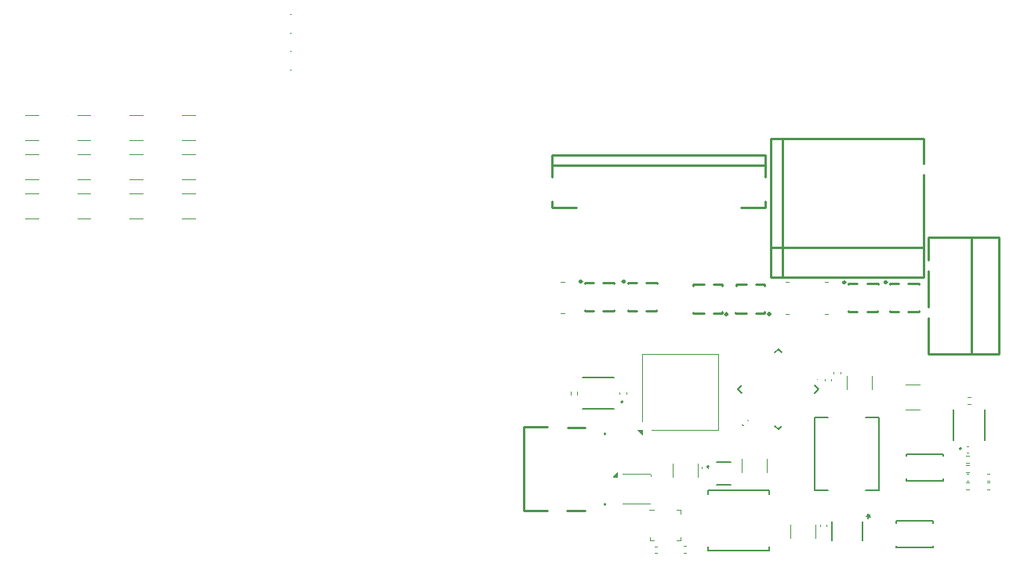
<source format=gbr>
%TF.GenerationSoftware,KiCad,Pcbnew,9.0.1*%
%TF.CreationDate,2025-05-01T00:05:03-04:00*%
%TF.ProjectId,main_board,6d61696e-5f62-46f6-9172-642e6b696361,rev?*%
%TF.SameCoordinates,Original*%
%TF.FileFunction,Legend,Top*%
%TF.FilePolarity,Positive*%
%FSLAX46Y46*%
G04 Gerber Fmt 4.6, Leading zero omitted, Abs format (unit mm)*
G04 Created by KiCad (PCBNEW 9.0.1) date 2025-05-01 00:05:03*
%MOMM*%
%LPD*%
G01*
G04 APERTURE LIST*
%ADD10C,0.150000*%
%ADD11C,0.120000*%
%ADD12C,0.100000*%
%ADD13C,0.152400*%
%ADD14C,0.250000*%
%ADD15C,0.127000*%
G04 APERTURE END LIST*
D10*
X148613819Y-109558499D02*
X148851914Y-109558499D01*
X148756676Y-109796594D02*
X148851914Y-109558499D01*
X148851914Y-109558499D02*
X148756676Y-109320404D01*
X149042390Y-109701356D02*
X148851914Y-109558499D01*
X148851914Y-109558499D02*
X149042390Y-109415642D01*
X148613819Y-109558499D02*
X148851914Y-109558499D01*
X148756676Y-109796594D02*
X148851914Y-109558499D01*
X148851914Y-109558499D02*
X148756676Y-109320404D01*
X149042390Y-109701356D02*
X148851914Y-109558499D01*
X148851914Y-109558499D02*
X149042390Y-109415642D01*
D11*
%TO.C,C35*%
X145080400Y-93973764D02*
X145080400Y-94189436D01*
X145800400Y-93973764D02*
X145800400Y-94189436D01*
%TO.C,C34*%
X143607200Y-110473014D02*
X143607200Y-110688686D01*
X144327200Y-110473014D02*
X144327200Y-110688686D01*
%TO.C,C14*%
X57761348Y-66204000D02*
X59183852Y-66204000D01*
X57761348Y-68924000D02*
X59183852Y-68924000D01*
%TO.C,C20*%
X69061348Y-66204000D02*
X70483852Y-66204000D01*
X69061348Y-68924000D02*
X70483852Y-68924000D01*
D12*
%TO.C,U12*%
X86535000Y-55360400D02*
G75*
G02*
X86435000Y-55360400I-50000J0D01*
G01*
X86435000Y-55360400D02*
G75*
G02*
X86535000Y-55360400I50000J0D01*
G01*
D13*
%TO.C,U18*%
X158059001Y-98044000D02*
X158059001Y-101396800D01*
X161411801Y-101396800D02*
X161411801Y-98044000D01*
X158862001Y-102275400D02*
G75*
G02*
X158658801Y-102275400I-101600J0D01*
G01*
X158658801Y-102275400D02*
G75*
G02*
X158862001Y-102275400I101600J0D01*
G01*
D11*
%TO.C,C32*%
X74711348Y-70454000D02*
X76133852Y-70454000D01*
X74711348Y-73174000D02*
X76133852Y-73174000D01*
D13*
%TO.C,U3*%
X132435600Y-106223689D02*
X133985000Y-106223689D01*
X133985000Y-103759889D02*
X132435600Y-103759889D01*
X131605274Y-104241600D02*
G75*
G02*
X131402074Y-104241600I-101600J0D01*
G01*
X131402074Y-104241600D02*
G75*
G02*
X131605274Y-104241600I101600J0D01*
G01*
D11*
%TO.C,C23*%
X69061348Y-70454000D02*
X70483852Y-70454000D01*
X69061348Y-73174000D02*
X70483852Y-73174000D01*
D12*
%TO.C,U21*%
X86535000Y-61330400D02*
G75*
G02*
X86435000Y-61330400I-50000J0D01*
G01*
X86435000Y-61330400D02*
G75*
G02*
X86535000Y-61330400I50000J0D01*
G01*
D11*
%TO.C,C43*%
X121966400Y-96168767D02*
X121966400Y-96384439D01*
X122686400Y-96168767D02*
X122686400Y-96384439D01*
D13*
%TO.C,L2*%
X131546600Y-106756200D02*
X131546600Y-107223350D01*
X131546600Y-112842250D02*
X131546600Y-113309400D01*
X131546600Y-113309400D02*
X138099800Y-113309400D01*
X138099800Y-106756200D02*
X131546600Y-106756200D01*
X138099800Y-107223350D02*
X138099800Y-106756200D01*
X138099800Y-113309400D02*
X138099800Y-112842250D01*
D11*
%TO.C,C19*%
X63411348Y-74704000D02*
X64833852Y-74704000D01*
X63411348Y-77424000D02*
X64833852Y-77424000D01*
%TO.C,C42*%
X159668037Y-102002000D02*
X159452365Y-102002000D01*
X159668037Y-102722000D02*
X159452365Y-102722000D01*
%TO.C,R30*%
X115641017Y-84243600D02*
X116006983Y-84243600D01*
X115641017Y-87663600D02*
X116006983Y-87663600D01*
D14*
%TO.C,U11*%
X151172800Y-84409797D02*
X151172800Y-84549797D01*
X151172800Y-87379797D02*
X151172800Y-87509797D01*
X151172800Y-87509797D02*
X152112800Y-87509797D01*
X152112800Y-84409797D02*
X151172800Y-84409797D01*
X153142800Y-87509797D02*
X154272800Y-87509797D01*
X154272800Y-87509797D02*
X154272800Y-87359797D01*
X154322800Y-84409797D02*
X153142800Y-84409797D01*
X154322800Y-84529797D02*
X154322800Y-84409797D01*
X150842800Y-84309797D02*
G75*
G02*
X150582800Y-84309797I-130000J0D01*
G01*
X150582800Y-84309797D02*
G75*
G02*
X150842800Y-84309797I130000J0D01*
G01*
D11*
%TO.C,C53*%
X125792164Y-112840000D02*
X126007836Y-112840000D01*
X125792164Y-113560000D02*
X126007836Y-113560000D01*
%TO.C,C45*%
X135203590Y-99644707D02*
X135356093Y-99797210D01*
X135712707Y-99135590D02*
X135865210Y-99288093D01*
%TO.C,R28*%
X144108617Y-84277397D02*
X144474583Y-84277397D01*
X144108617Y-87697397D02*
X144474583Y-87697397D01*
%TO.C,C16*%
X57761348Y-74704000D02*
X59183852Y-74704000D01*
X57761348Y-77424000D02*
X59183852Y-77424000D01*
D14*
%TO.C,U16*%
X122855600Y-84320597D02*
X122855600Y-84460597D01*
X122855600Y-87290597D02*
X122855600Y-87420597D01*
X122855600Y-87420597D02*
X123795600Y-87420597D01*
X123795600Y-84320597D02*
X122855600Y-84320597D01*
X124825600Y-87420597D02*
X125955600Y-87420597D01*
X125955600Y-87420597D02*
X125955600Y-87270597D01*
X126005600Y-84320597D02*
X124825600Y-84320597D01*
X126005600Y-84440597D02*
X126005600Y-84320597D01*
X122525600Y-84220597D02*
G75*
G02*
X122265600Y-84220597I-130000J0D01*
G01*
X122265600Y-84220597D02*
G75*
G02*
X122525600Y-84220597I130000J0D01*
G01*
D11*
%TO.C,C28*%
X69061348Y-74704000D02*
X70483852Y-74704000D01*
X69061348Y-77424000D02*
X70483852Y-77424000D01*
D13*
%TO.C,U10*%
X122341400Y-97251603D02*
G75*
G02*
X122138200Y-97251603I-101600J0D01*
G01*
X122138200Y-97251603D02*
G75*
G02*
X122341400Y-97251603I101600J0D01*
G01*
X121361200Y-94600203D02*
X118008400Y-94600203D01*
X118008400Y-97953003D02*
X121361200Y-97953003D01*
D11*
%TO.C,R13*%
X128878359Y-112802400D02*
X129185641Y-112802400D01*
X128878359Y-113562400D02*
X129185641Y-113562400D01*
%TO.C,R19*%
X159561559Y-96749600D02*
X159868841Y-96749600D01*
X159561559Y-97509600D02*
X159868841Y-97509600D01*
%TO.C,R38*%
X159377559Y-105931400D02*
X159684841Y-105931400D01*
X159377559Y-106691400D02*
X159684841Y-106691400D01*
%TO.C,U7*%
X124433200Y-92073600D02*
X132653200Y-92073600D01*
X124433200Y-99293600D02*
X124433200Y-92073600D01*
X132653200Y-92073600D02*
X132653200Y-100293600D01*
X132653200Y-100293600D02*
X125433200Y-100293600D01*
X124433200Y-100793600D02*
X123933200Y-100293600D01*
X124433200Y-100293600D01*
X124433200Y-100793600D01*
G36*
X124433200Y-100793600D02*
G01*
X123933200Y-100293600D01*
X124433200Y-100293600D01*
X124433200Y-100793600D01*
G37*
%TO.C,R37*%
X159377559Y-104039400D02*
X159684841Y-104039400D01*
X159377559Y-104799400D02*
X159684841Y-104799400D01*
%TO.C,C17*%
X63411348Y-66204000D02*
X64833852Y-66204000D01*
X63411348Y-68924000D02*
X64833852Y-68924000D01*
%TO.C,C29*%
X161696964Y-105024600D02*
X161912636Y-105024600D01*
X161696964Y-105744600D02*
X161912636Y-105744600D01*
D12*
%TO.C,U19*%
X86535000Y-57350400D02*
G75*
G02*
X86435000Y-57350400I-50000J0D01*
G01*
X86435000Y-57350400D02*
G75*
G02*
X86535000Y-57350400I50000J0D01*
G01*
D11*
%TO.C,C15*%
X57761348Y-70454000D02*
X59183852Y-70454000D01*
X57761348Y-73174000D02*
X59183852Y-73174000D01*
D12*
%TO.C,U20*%
X86535000Y-59340400D02*
G75*
G02*
X86435000Y-59340400I-50000J0D01*
G01*
X86435000Y-59340400D02*
G75*
G02*
X86535000Y-59340400I50000J0D01*
G01*
D11*
%TO.C,R29*%
X140226583Y-84277397D02*
X139860617Y-84277397D01*
X140226583Y-87697397D02*
X139860617Y-87697397D01*
%TO.C,U5*%
X122277700Y-105042500D02*
X125277700Y-105042500D01*
X122277700Y-108262500D02*
X125277700Y-108262500D01*
X125337700Y-105092500D02*
X125337700Y-105242500D01*
X121717700Y-105312500D02*
X121237700Y-105312500D01*
X121717700Y-104832500D01*
X121717700Y-105312500D01*
G36*
X121717700Y-105312500D02*
G01*
X121237700Y-105312500D01*
X121717700Y-104832500D01*
X121717700Y-105312500D01*
G37*
%TO.C,R39*%
X159684841Y-103074200D02*
X159377559Y-103074200D01*
X159684841Y-103834200D02*
X159377559Y-103834200D01*
D15*
%TO.C,S1*%
X152959200Y-102867800D02*
X152959200Y-103097800D01*
X152959200Y-102867800D02*
X156959200Y-102867800D01*
X152959200Y-105767800D02*
X152959200Y-105537800D01*
X156959200Y-102867800D02*
X156959200Y-103097800D01*
X156959200Y-105537800D02*
X156959200Y-105767800D01*
X156959200Y-105767800D02*
X152959200Y-105767800D01*
D14*
%TO.C,U15*%
X134504000Y-87524597D02*
X134504000Y-87644597D01*
X134504000Y-87644597D02*
X135684000Y-87644597D01*
X134554000Y-84544597D02*
X134554000Y-84694597D01*
X135684000Y-84544597D02*
X134554000Y-84544597D01*
X136714000Y-87644597D02*
X137654000Y-87644597D01*
X137654000Y-84544597D02*
X136714000Y-84544597D01*
X137654000Y-84674597D02*
X137654000Y-84544597D01*
X137654000Y-87644597D02*
X137654000Y-87504597D01*
X138244000Y-87744597D02*
G75*
G02*
X137984000Y-87744597I-130000J0D01*
G01*
X137984000Y-87744597D02*
G75*
G02*
X138244000Y-87744597I130000J0D01*
G01*
D11*
%TO.C,U1*%
X125262500Y-112237500D02*
X125262500Y-111837500D01*
X125662500Y-108937500D02*
X125212500Y-108937500D01*
X125662500Y-112237500D02*
X125262500Y-112237500D01*
X128162500Y-108937500D02*
X128562500Y-108937500D01*
X128162500Y-112237500D02*
X128562500Y-112237500D01*
X128562500Y-108937500D02*
X128562500Y-109337500D01*
X128562500Y-112237500D02*
X128562500Y-111837500D01*
%TO.C,C8*%
X127672000Y-105359252D02*
X127672000Y-103936748D01*
X130392000Y-105359252D02*
X130392000Y-103936748D01*
%TO.C,C33*%
X74711348Y-74704000D02*
X76133852Y-74704000D01*
X74711348Y-77424000D02*
X76133852Y-77424000D01*
%TO.C,C44*%
X159639036Y-105024600D02*
X159423364Y-105024600D01*
X159639036Y-105744600D02*
X159423364Y-105744600D01*
%TO.C,C6*%
X152895463Y-95368200D02*
X154342937Y-95368200D01*
X152895463Y-98078200D02*
X154342937Y-98078200D01*
D14*
%TO.C,U13*%
X146702400Y-84409797D02*
X146702400Y-84549797D01*
X146702400Y-87379797D02*
X146702400Y-87509797D01*
X146702400Y-87509797D02*
X147642400Y-87509797D01*
X147642400Y-84409797D02*
X146702400Y-84409797D01*
X148672400Y-87509797D02*
X149802400Y-87509797D01*
X149802400Y-87509797D02*
X149802400Y-87359797D01*
X149852400Y-84409797D02*
X148672400Y-84409797D01*
X149852400Y-84529797D02*
X149852400Y-84409797D01*
X146372400Y-84309797D02*
G75*
G02*
X146112400Y-84309797I-130000J0D01*
G01*
X146112400Y-84309797D02*
G75*
G02*
X146372400Y-84309797I130000J0D01*
G01*
D11*
%TO.C,C22*%
X144115200Y-94951436D02*
X144115200Y-94735764D01*
X144835200Y-94951436D02*
X144835200Y-94735764D01*
D14*
%TO.C,U14*%
X129881600Y-87534197D02*
X129881600Y-87654197D01*
X129881600Y-87654197D02*
X131061600Y-87654197D01*
X129931600Y-84554197D02*
X129931600Y-84704197D01*
X131061600Y-84554197D02*
X129931600Y-84554197D01*
X132091600Y-87654197D02*
X133031600Y-87654197D01*
X133031600Y-84554197D02*
X132091600Y-84554197D01*
X133031600Y-84684197D02*
X133031600Y-84554197D01*
X133031600Y-87654197D02*
X133031600Y-87514197D01*
X133621600Y-87754197D02*
G75*
G02*
X133361600Y-87754197I-130000J0D01*
G01*
X133361600Y-87754197D02*
G75*
G02*
X133621600Y-87754197I130000J0D01*
G01*
D11*
%TO.C,C5*%
X135195400Y-104863737D02*
X135195400Y-103416263D01*
X137905400Y-104863737D02*
X137905400Y-103416263D01*
%TO.C,C18*%
X63411348Y-70454000D02*
X64833852Y-70454000D01*
X63411348Y-73174000D02*
X64833852Y-73174000D01*
D14*
%TO.C,U9*%
X114657200Y-70510400D02*
X114657200Y-72890400D01*
X114657200Y-70510400D02*
X137717200Y-70510400D01*
X114657200Y-71610400D02*
X137717200Y-71610400D01*
X114657200Y-75560400D02*
X114657200Y-76220400D01*
X114657200Y-76220400D02*
X117327200Y-76220400D01*
X137717200Y-70510400D02*
X137717200Y-72890400D01*
X137717200Y-75560400D02*
X137717200Y-76220400D01*
X137717200Y-76220400D02*
X135047200Y-76220400D01*
D15*
%TO.C,U8*%
X134755563Y-95859323D02*
X135147583Y-96251343D01*
X135147583Y-95467303D02*
X134755563Y-95859323D01*
X139111341Y-91503545D02*
X138719321Y-91895565D01*
X139111341Y-100215101D02*
X138719321Y-99823081D01*
X139503361Y-91895565D02*
X139111341Y-91503545D01*
X139503361Y-99823081D02*
X139111341Y-100215101D01*
X143075099Y-96251343D02*
X143467119Y-95859323D01*
X143467119Y-95859323D02*
X143075099Y-95467303D01*
D12*
X143368626Y-94834018D02*
G75*
G02*
X143268626Y-94834018I-50000J0D01*
G01*
X143268626Y-94834018D02*
G75*
G02*
X143368626Y-94834018I50000J0D01*
G01*
D11*
%TO.C,C31*%
X74711348Y-66204000D02*
X76133852Y-66204000D01*
X74711348Y-68924000D02*
X76133852Y-68924000D01*
D15*
%TO.C,S2*%
X151822400Y-110106800D02*
X155822400Y-110106800D01*
X151822400Y-110336800D02*
X151822400Y-110106800D01*
X151822400Y-113006800D02*
X151822400Y-112776800D01*
X155822400Y-110106800D02*
X155822400Y-110336800D01*
X155822400Y-113006800D02*
X151822400Y-113006800D01*
X155822400Y-113006800D02*
X155822400Y-112776800D01*
D11*
%TO.C,R18*%
X116663200Y-96430244D02*
X116663200Y-96122962D01*
X117423200Y-96430244D02*
X117423200Y-96122962D01*
D14*
%TO.C,USB1*%
X111582800Y-99944800D02*
X114172800Y-99944800D01*
X111582800Y-108944800D02*
X111582800Y-99944800D01*
X111582800Y-108944800D02*
X114172800Y-108944800D01*
X116312800Y-108944800D02*
X118202800Y-108944800D01*
X116352800Y-99974800D02*
X118262800Y-99974800D01*
X120352800Y-100714800D02*
X120352800Y-100624800D01*
X120352800Y-108274800D02*
X120352800Y-108184800D01*
D13*
%TO.C,L1*%
X143014700Y-98888800D02*
X143014700Y-106762800D01*
X143014700Y-106762800D02*
X144459960Y-106762800D01*
X144459960Y-98888800D02*
X143014700Y-98888800D01*
X148554440Y-106762800D02*
X149999700Y-106762800D01*
X149999700Y-98888800D02*
X148554440Y-98888800D01*
X149999700Y-106762800D02*
X149999700Y-98888800D01*
D14*
%TO.C,U17*%
X118233200Y-84320597D02*
X118233200Y-84460597D01*
X118233200Y-87290597D02*
X118233200Y-87420597D01*
X118233200Y-87420597D02*
X119173200Y-87420597D01*
X119173200Y-84320597D02*
X118233200Y-84320597D01*
X120203200Y-87420597D02*
X121333200Y-87420597D01*
X121333200Y-87420597D02*
X121333200Y-87270597D01*
X121383200Y-84320597D02*
X120203200Y-84320597D01*
X121383200Y-84440597D02*
X121383200Y-84320597D01*
X117903200Y-84220597D02*
G75*
G02*
X117643200Y-84220597I-130000J0D01*
G01*
X117643200Y-84220597D02*
G75*
G02*
X117903200Y-84220597I130000J0D01*
G01*
D13*
%TO.C,U2*%
X144856200Y-110187150D02*
X144856200Y-112193750D01*
X148158200Y-112193750D02*
X148158200Y-110187150D01*
D11*
%TO.C,C56*%
X161696964Y-105951400D02*
X161912636Y-105951400D01*
X161696964Y-106671400D02*
X161912636Y-106671400D01*
%TO.C,C24*%
X149188000Y-94437148D02*
X149188000Y-95859652D01*
X146468000Y-94437148D02*
X146468000Y-95859652D01*
%TO.C,C36*%
X130805600Y-104451036D02*
X130805600Y-104235364D01*
X131525600Y-104451036D02*
X131525600Y-104235364D01*
D14*
%TO.C,CN3*%
X138320000Y-68774400D02*
X138320000Y-83774400D01*
X138320000Y-68774400D02*
X154820000Y-68774400D01*
X138320000Y-80534400D02*
X154820000Y-80534400D01*
X138320000Y-83774400D02*
X154820000Y-83774400D01*
X139570000Y-68774400D02*
X139570000Y-83774400D01*
X154820000Y-68774400D02*
X154820000Y-71494400D01*
X154820000Y-72654400D02*
X154820000Y-83774400D01*
D11*
%TO.C,C7*%
X140372000Y-110507198D02*
X140372000Y-111929702D01*
X143092000Y-110507198D02*
X143092000Y-111929702D01*
D14*
%TO.C,CN1*%
X155330000Y-79440000D02*
X155330000Y-81860000D01*
X155330000Y-79440000D02*
X162930000Y-79440000D01*
X155330000Y-83060000D02*
X155330000Y-86940000D01*
X155330000Y-88140000D02*
X155330000Y-92040000D01*
X155330000Y-92040000D02*
X162620000Y-92040000D01*
X159980000Y-79440000D02*
X159980000Y-92040000D01*
X162620000Y-92040000D02*
X162930000Y-92040000D01*
X162930000Y-79440000D02*
X162930000Y-92040000D01*
%TD*%
M02*

</source>
